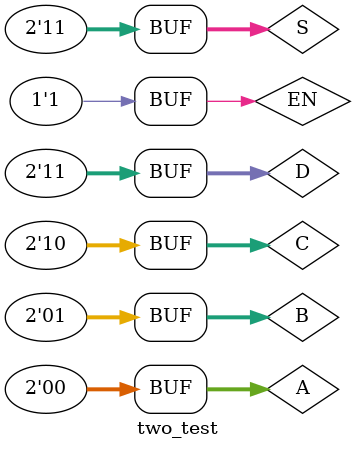
<source format=v>
`timescale 1ns / 1ps


	module two_test;

	// Inputs
	reg [1:0] A;
	reg [1:0] B;
	reg [1:0] C;
	reg [1:0] D;
	reg [1:0] S;
	reg EN;

	// Outputs
	wire [1:0] Y;

	// Instantiate the Unit Under Test (UUT)
	two uut (
		.A(A),
		.B(B),
		.C(C),
		.D(D),
		.S(S),
		.EN(EN),
		.Y(Y)
	);

	initial begin
		// Initialize Inputs
		A = 0;
		B = 0;
		C = 0;
		D = 0;
		S = 0;
		EN = 0;

		// Wait 100 ns for global reset to finish
       
		#100;
		A = 00;B = 01;C = 10;D = 11;S = 0;EN = 0;
       
		#100;
		A = 00;B = 01;C = 10;D = 11;S = 0;EN = 1;
       
		#100;
		A = 00;B = 01;C = 10;D = 11;S = 01;EN = 0;
       
		#100;
		A = 00;B = 01;C = 10;D = 11;S = 01;EN = 1;
       
		#100;
		A = 00;B = 01;C = 10;D = 11;S = 10;EN = 0;
		
      #100;
		A = 00;B = 01;C = 10;D = 11;S = 10;EN = 1;
     
		#100;
		A = 00;B = 01;C = 10;D = 11;S = 11;EN = 0;
		
      #100;
		A = 00;B = 01;C = 10;D = 11;S = 11;EN = 1;
       
		// Add stimulus here

	end
     
endmodule

</source>
